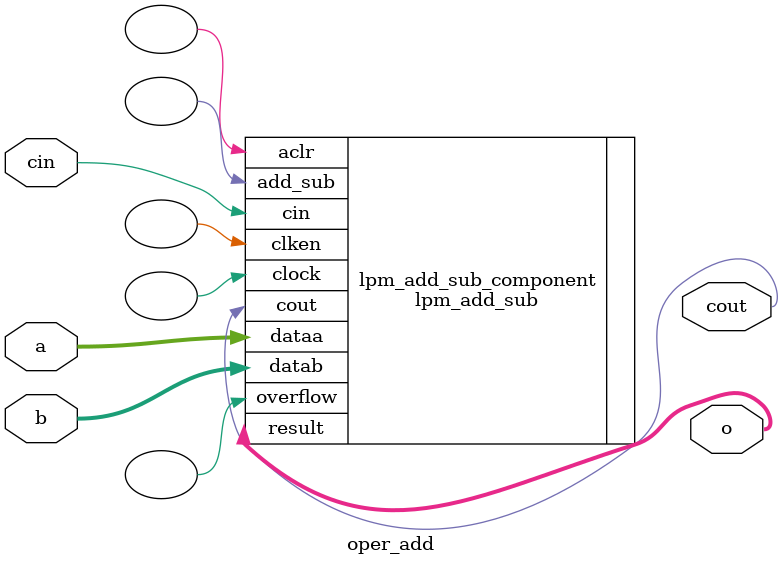
<source format=v>
module oper_add ( a, b, cin, cout, o );
	parameter width_a = 32;
	parameter width_b = 32;
	parameter width_o = 32;
	parameter sgate_representation = 1;
	input [width_a-1:0] a;
	input [width_b-1:0] b;
	input cin;
	output cout;
	output [width_o-1:0] o;
   initial
    begin
        // check if width_a > 0
        if (width_a <= 0)
        begin
            $display("Error!  width_a must be greater than 0.\n");
            $display ("Time: %0t  Instance: %m", $time);
		end
        // check if width_b > 0
        if (width_b <= 0)
        begin
            $display("Error!  width_b must be greater than 0.\n");
            $display ("Time: %0t  Instance: %m", $time);
		end
        // check if width_o > 0
        if (width_o <= 0)
        begin
            $display("Error!  width_o must be greater than 0.\n");
            $display ("Time: %0t  Instance: %m", $time);
		end
        if (width_a != width_b)
        begin
            $display("Error!  width_a must be equal to width_b.\n");
            $display ("Time: %0t  Instance: %m", $time);
		end
        if (width_a != width_o)
        begin
            $display("Error!  width_a must be equal to width_o.\n");
            $display ("Time: %0t  Instance: %m", $time);
		end
        // check for valid lpm_rep value
        if (sgate_representation != 1 && sgate_representation != 0)
        begin
            $display("Error!  sgate_representation value must be 1 (SIGNED) or 0 (UNSIGNED).");
            $display ("Time: %0t  Instance: %m", $time);
		end
    end
 	lpm_add_sub	lpm_add_sub_component (
				.dataa (a),
				.datab (b),
				.cin (cin),
				.cout (cout),
				.result (o),
				.add_sub (),
				.clock (),
				.aclr (),
				.clken (),
				.overflow ()
				);
	defparam
		lpm_add_sub_component.lpm_width = width_a,
		lpm_add_sub_component.lpm_direction = "ADD",
		lpm_add_sub_component.lpm_representation = (sgate_representation == 1) ? "SIGNED" : "UNSIGNED",
		lpm_add_sub_component.lpm_type = "LPM_ADD_SUB",
		lpm_add_sub_component.lpm_hint = "ONE_INPUT_IS_CONSTANT=NO";
endmodule
</source>
